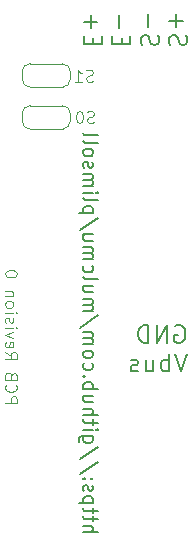
<source format=gbr>
%TF.GenerationSoftware,KiCad,Pcbnew,9.0.2*%
%TF.CreationDate,2025-06-14T09:22:04-04:00*%
%TF.ProjectId,plimsoll,706c696d-736f-46c6-9c2e-6b696361645f,rev?*%
%TF.SameCoordinates,Original*%
%TF.FileFunction,Legend,Bot*%
%TF.FilePolarity,Positive*%
%FSLAX46Y46*%
G04 Gerber Fmt 4.6, Leading zero omitted, Abs format (unit mm)*
G04 Created by KiCad (PCBNEW 9.0.2) date 2025-06-14 09:22:04*
%MOMM*%
%LPD*%
G01*
G04 APERTURE LIST*
%ADD10C,0.187500*%
%ADD11C,0.100000*%
%ADD12C,0.150000*%
%ADD13C,0.120000*%
G04 APERTURE END LIST*
D10*
X36533787Y-51563191D02*
X36676645Y-51491762D01*
X36676645Y-51491762D02*
X36890930Y-51491762D01*
X36890930Y-51491762D02*
X37105216Y-51563191D01*
X37105216Y-51563191D02*
X37248073Y-51706048D01*
X37248073Y-51706048D02*
X37319502Y-51848905D01*
X37319502Y-51848905D02*
X37390930Y-52134619D01*
X37390930Y-52134619D02*
X37390930Y-52348905D01*
X37390930Y-52348905D02*
X37319502Y-52634619D01*
X37319502Y-52634619D02*
X37248073Y-52777476D01*
X37248073Y-52777476D02*
X37105216Y-52920334D01*
X37105216Y-52920334D02*
X36890930Y-52991762D01*
X36890930Y-52991762D02*
X36748073Y-52991762D01*
X36748073Y-52991762D02*
X36533787Y-52920334D01*
X36533787Y-52920334D02*
X36462359Y-52848905D01*
X36462359Y-52848905D02*
X36462359Y-52348905D01*
X36462359Y-52348905D02*
X36748073Y-52348905D01*
X35819502Y-52991762D02*
X35819502Y-51491762D01*
X35819502Y-51491762D02*
X34962359Y-52991762D01*
X34962359Y-52991762D02*
X34962359Y-51491762D01*
X34248073Y-52991762D02*
X34248073Y-51491762D01*
X34248073Y-51491762D02*
X33890930Y-51491762D01*
X33890930Y-51491762D02*
X33676644Y-51563191D01*
X33676644Y-51563191D02*
X33533787Y-51706048D01*
X33533787Y-51706048D02*
X33462358Y-51848905D01*
X33462358Y-51848905D02*
X33390930Y-52134619D01*
X33390930Y-52134619D02*
X33390930Y-52348905D01*
X33390930Y-52348905D02*
X33462358Y-52634619D01*
X33462358Y-52634619D02*
X33533787Y-52777476D01*
X33533787Y-52777476D02*
X33676644Y-52920334D01*
X33676644Y-52920334D02*
X33890930Y-52991762D01*
X33890930Y-52991762D02*
X34248073Y-52991762D01*
X37533787Y-53906678D02*
X37033787Y-55406678D01*
X37033787Y-55406678D02*
X36533787Y-53906678D01*
X36033788Y-55406678D02*
X36033788Y-53906678D01*
X36033788Y-54478107D02*
X35890931Y-54406678D01*
X35890931Y-54406678D02*
X35605216Y-54406678D01*
X35605216Y-54406678D02*
X35462359Y-54478107D01*
X35462359Y-54478107D02*
X35390931Y-54549535D01*
X35390931Y-54549535D02*
X35319502Y-54692392D01*
X35319502Y-54692392D02*
X35319502Y-55120964D01*
X35319502Y-55120964D02*
X35390931Y-55263821D01*
X35390931Y-55263821D02*
X35462359Y-55335250D01*
X35462359Y-55335250D02*
X35605216Y-55406678D01*
X35605216Y-55406678D02*
X35890931Y-55406678D01*
X35890931Y-55406678D02*
X36033788Y-55335250D01*
X34033788Y-54406678D02*
X34033788Y-55406678D01*
X34676645Y-54406678D02*
X34676645Y-55192392D01*
X34676645Y-55192392D02*
X34605216Y-55335250D01*
X34605216Y-55335250D02*
X34462359Y-55406678D01*
X34462359Y-55406678D02*
X34248073Y-55406678D01*
X34248073Y-55406678D02*
X34105216Y-55335250D01*
X34105216Y-55335250D02*
X34033788Y-55263821D01*
X33390930Y-55335250D02*
X33248073Y-55406678D01*
X33248073Y-55406678D02*
X32962359Y-55406678D01*
X32962359Y-55406678D02*
X32819502Y-55335250D01*
X32819502Y-55335250D02*
X32748073Y-55192392D01*
X32748073Y-55192392D02*
X32748073Y-55120964D01*
X32748073Y-55120964D02*
X32819502Y-54978107D01*
X32819502Y-54978107D02*
X32962359Y-54906678D01*
X32962359Y-54906678D02*
X33176645Y-54906678D01*
X33176645Y-54906678D02*
X33319502Y-54835250D01*
X33319502Y-54835250D02*
X33390930Y-54692392D01*
X33390930Y-54692392D02*
X33390930Y-54620964D01*
X33390930Y-54620964D02*
X33319502Y-54478107D01*
X33319502Y-54478107D02*
X33176645Y-54406678D01*
X33176645Y-54406678D02*
X32962359Y-54406678D01*
X32962359Y-54406678D02*
X32819502Y-54478107D01*
X36109498Y-27790930D02*
X36038069Y-27576645D01*
X36038069Y-27576645D02*
X36038069Y-27219502D01*
X36038069Y-27219502D02*
X36109498Y-27076645D01*
X36109498Y-27076645D02*
X36180926Y-27005216D01*
X36180926Y-27005216D02*
X36323783Y-26933787D01*
X36323783Y-26933787D02*
X36466640Y-26933787D01*
X36466640Y-26933787D02*
X36609498Y-27005216D01*
X36609498Y-27005216D02*
X36680926Y-27076645D01*
X36680926Y-27076645D02*
X36752355Y-27219502D01*
X36752355Y-27219502D02*
X36823783Y-27505216D01*
X36823783Y-27505216D02*
X36895212Y-27648073D01*
X36895212Y-27648073D02*
X36966640Y-27719502D01*
X36966640Y-27719502D02*
X37109498Y-27790930D01*
X37109498Y-27790930D02*
X37252355Y-27790930D01*
X37252355Y-27790930D02*
X37395212Y-27719502D01*
X37395212Y-27719502D02*
X37466640Y-27648073D01*
X37466640Y-27648073D02*
X37538069Y-27505216D01*
X37538069Y-27505216D02*
X37538069Y-27148073D01*
X37538069Y-27148073D02*
X37466640Y-26933787D01*
X36609498Y-26290931D02*
X36609498Y-25148074D01*
X36038069Y-25719502D02*
X37180926Y-25719502D01*
X33694582Y-27790930D02*
X33623153Y-27576645D01*
X33623153Y-27576645D02*
X33623153Y-27219502D01*
X33623153Y-27219502D02*
X33694582Y-27076645D01*
X33694582Y-27076645D02*
X33766010Y-27005216D01*
X33766010Y-27005216D02*
X33908867Y-26933787D01*
X33908867Y-26933787D02*
X34051724Y-26933787D01*
X34051724Y-26933787D02*
X34194582Y-27005216D01*
X34194582Y-27005216D02*
X34266010Y-27076645D01*
X34266010Y-27076645D02*
X34337439Y-27219502D01*
X34337439Y-27219502D02*
X34408867Y-27505216D01*
X34408867Y-27505216D02*
X34480296Y-27648073D01*
X34480296Y-27648073D02*
X34551724Y-27719502D01*
X34551724Y-27719502D02*
X34694582Y-27790930D01*
X34694582Y-27790930D02*
X34837439Y-27790930D01*
X34837439Y-27790930D02*
X34980296Y-27719502D01*
X34980296Y-27719502D02*
X35051724Y-27648073D01*
X35051724Y-27648073D02*
X35123153Y-27505216D01*
X35123153Y-27505216D02*
X35123153Y-27148073D01*
X35123153Y-27148073D02*
X35051724Y-26933787D01*
X34194582Y-26290931D02*
X34194582Y-25148074D01*
X31993951Y-27719502D02*
X31993951Y-27219502D01*
X31208237Y-27005216D02*
X31208237Y-27719502D01*
X31208237Y-27719502D02*
X32708237Y-27719502D01*
X32708237Y-27719502D02*
X32708237Y-27005216D01*
X31779666Y-26362359D02*
X31779666Y-25219502D01*
X29579035Y-27719502D02*
X29579035Y-27219502D01*
X28793321Y-27005216D02*
X28793321Y-27719502D01*
X28793321Y-27719502D02*
X30293321Y-27719502D01*
X30293321Y-27719502D02*
X30293321Y-27005216D01*
X29364750Y-26362359D02*
X29364750Y-25219502D01*
X28793321Y-25790930D02*
X29936178Y-25790930D01*
D11*
X29643734Y-34324800D02*
X29500877Y-34372419D01*
X29500877Y-34372419D02*
X29262782Y-34372419D01*
X29262782Y-34372419D02*
X29167544Y-34324800D01*
X29167544Y-34324800D02*
X29119925Y-34277180D01*
X29119925Y-34277180D02*
X29072306Y-34181942D01*
X29072306Y-34181942D02*
X29072306Y-34086704D01*
X29072306Y-34086704D02*
X29119925Y-33991466D01*
X29119925Y-33991466D02*
X29167544Y-33943847D01*
X29167544Y-33943847D02*
X29262782Y-33896228D01*
X29262782Y-33896228D02*
X29453258Y-33848609D01*
X29453258Y-33848609D02*
X29548496Y-33800990D01*
X29548496Y-33800990D02*
X29596115Y-33753371D01*
X29596115Y-33753371D02*
X29643734Y-33658133D01*
X29643734Y-33658133D02*
X29643734Y-33562895D01*
X29643734Y-33562895D02*
X29596115Y-33467657D01*
X29596115Y-33467657D02*
X29548496Y-33420038D01*
X29548496Y-33420038D02*
X29453258Y-33372419D01*
X29453258Y-33372419D02*
X29215163Y-33372419D01*
X29215163Y-33372419D02*
X29072306Y-33420038D01*
X28453258Y-33372419D02*
X28358020Y-33372419D01*
X28358020Y-33372419D02*
X28262782Y-33420038D01*
X28262782Y-33420038D02*
X28215163Y-33467657D01*
X28215163Y-33467657D02*
X28167544Y-33562895D01*
X28167544Y-33562895D02*
X28119925Y-33753371D01*
X28119925Y-33753371D02*
X28119925Y-33991466D01*
X28119925Y-33991466D02*
X28167544Y-34181942D01*
X28167544Y-34181942D02*
X28215163Y-34277180D01*
X28215163Y-34277180D02*
X28262782Y-34324800D01*
X28262782Y-34324800D02*
X28358020Y-34372419D01*
X28358020Y-34372419D02*
X28453258Y-34372419D01*
X28453258Y-34372419D02*
X28548496Y-34324800D01*
X28548496Y-34324800D02*
X28596115Y-34277180D01*
X28596115Y-34277180D02*
X28643734Y-34181942D01*
X28643734Y-34181942D02*
X28691353Y-33991466D01*
X28691353Y-33991466D02*
X28691353Y-33753371D01*
X28691353Y-33753371D02*
X28643734Y-33562895D01*
X28643734Y-33562895D02*
X28596115Y-33467657D01*
X28596115Y-33467657D02*
X28548496Y-33420038D01*
X28548496Y-33420038D02*
X28453258Y-33372419D01*
D12*
X28754657Y-69015601D02*
X29954657Y-69015601D01*
X28754657Y-68501316D02*
X29383228Y-68501316D01*
X29383228Y-68501316D02*
X29497514Y-68558458D01*
X29497514Y-68558458D02*
X29554657Y-68672744D01*
X29554657Y-68672744D02*
X29554657Y-68844173D01*
X29554657Y-68844173D02*
X29497514Y-68958458D01*
X29497514Y-68958458D02*
X29440371Y-69015601D01*
X29554657Y-68101316D02*
X29554657Y-67644173D01*
X29954657Y-67929887D02*
X28926085Y-67929887D01*
X28926085Y-67929887D02*
X28811800Y-67872744D01*
X28811800Y-67872744D02*
X28754657Y-67758459D01*
X28754657Y-67758459D02*
X28754657Y-67644173D01*
X29554657Y-67415602D02*
X29554657Y-66958459D01*
X29954657Y-67244173D02*
X28926085Y-67244173D01*
X28926085Y-67244173D02*
X28811800Y-67187030D01*
X28811800Y-67187030D02*
X28754657Y-67072745D01*
X28754657Y-67072745D02*
X28754657Y-66958459D01*
X29554657Y-66558459D02*
X28354657Y-66558459D01*
X29497514Y-66558459D02*
X29554657Y-66444174D01*
X29554657Y-66444174D02*
X29554657Y-66215602D01*
X29554657Y-66215602D02*
X29497514Y-66101316D01*
X29497514Y-66101316D02*
X29440371Y-66044174D01*
X29440371Y-66044174D02*
X29326085Y-65987031D01*
X29326085Y-65987031D02*
X28983228Y-65987031D01*
X28983228Y-65987031D02*
X28868942Y-66044174D01*
X28868942Y-66044174D02*
X28811800Y-66101316D01*
X28811800Y-66101316D02*
X28754657Y-66215602D01*
X28754657Y-66215602D02*
X28754657Y-66444174D01*
X28754657Y-66444174D02*
X28811800Y-66558459D01*
X28811800Y-65529888D02*
X28754657Y-65415602D01*
X28754657Y-65415602D02*
X28754657Y-65187031D01*
X28754657Y-65187031D02*
X28811800Y-65072745D01*
X28811800Y-65072745D02*
X28926085Y-65015602D01*
X28926085Y-65015602D02*
X28983228Y-65015602D01*
X28983228Y-65015602D02*
X29097514Y-65072745D01*
X29097514Y-65072745D02*
X29154657Y-65187031D01*
X29154657Y-65187031D02*
X29154657Y-65358460D01*
X29154657Y-65358460D02*
X29211800Y-65472745D01*
X29211800Y-65472745D02*
X29326085Y-65529888D01*
X29326085Y-65529888D02*
X29383228Y-65529888D01*
X29383228Y-65529888D02*
X29497514Y-65472745D01*
X29497514Y-65472745D02*
X29554657Y-65358460D01*
X29554657Y-65358460D02*
X29554657Y-65187031D01*
X29554657Y-65187031D02*
X29497514Y-65072745D01*
X28868942Y-64501316D02*
X28811800Y-64444173D01*
X28811800Y-64444173D02*
X28754657Y-64501316D01*
X28754657Y-64501316D02*
X28811800Y-64558459D01*
X28811800Y-64558459D02*
X28868942Y-64501316D01*
X28868942Y-64501316D02*
X28754657Y-64501316D01*
X29497514Y-64501316D02*
X29440371Y-64444173D01*
X29440371Y-64444173D02*
X29383228Y-64501316D01*
X29383228Y-64501316D02*
X29440371Y-64558459D01*
X29440371Y-64558459D02*
X29497514Y-64501316D01*
X29497514Y-64501316D02*
X29383228Y-64501316D01*
X30011800Y-63072744D02*
X28468942Y-64101316D01*
X30011800Y-61815601D02*
X28468942Y-62844173D01*
X29554657Y-60901316D02*
X28583228Y-60901316D01*
X28583228Y-60901316D02*
X28468942Y-60958458D01*
X28468942Y-60958458D02*
X28411800Y-61015601D01*
X28411800Y-61015601D02*
X28354657Y-61129887D01*
X28354657Y-61129887D02*
X28354657Y-61301316D01*
X28354657Y-61301316D02*
X28411800Y-61415601D01*
X28811800Y-60901316D02*
X28754657Y-61015601D01*
X28754657Y-61015601D02*
X28754657Y-61244173D01*
X28754657Y-61244173D02*
X28811800Y-61358458D01*
X28811800Y-61358458D02*
X28868942Y-61415601D01*
X28868942Y-61415601D02*
X28983228Y-61472744D01*
X28983228Y-61472744D02*
X29326085Y-61472744D01*
X29326085Y-61472744D02*
X29440371Y-61415601D01*
X29440371Y-61415601D02*
X29497514Y-61358458D01*
X29497514Y-61358458D02*
X29554657Y-61244173D01*
X29554657Y-61244173D02*
X29554657Y-61015601D01*
X29554657Y-61015601D02*
X29497514Y-60901316D01*
X28754657Y-60329887D02*
X29554657Y-60329887D01*
X29954657Y-60329887D02*
X29897514Y-60387030D01*
X29897514Y-60387030D02*
X29840371Y-60329887D01*
X29840371Y-60329887D02*
X29897514Y-60272744D01*
X29897514Y-60272744D02*
X29954657Y-60329887D01*
X29954657Y-60329887D02*
X29840371Y-60329887D01*
X29554657Y-59929887D02*
X29554657Y-59472744D01*
X29954657Y-59758458D02*
X28926085Y-59758458D01*
X28926085Y-59758458D02*
X28811800Y-59701315D01*
X28811800Y-59701315D02*
X28754657Y-59587030D01*
X28754657Y-59587030D02*
X28754657Y-59472744D01*
X28754657Y-59072744D02*
X29954657Y-59072744D01*
X28754657Y-58558459D02*
X29383228Y-58558459D01*
X29383228Y-58558459D02*
X29497514Y-58615601D01*
X29497514Y-58615601D02*
X29554657Y-58729887D01*
X29554657Y-58729887D02*
X29554657Y-58901316D01*
X29554657Y-58901316D02*
X29497514Y-59015601D01*
X29497514Y-59015601D02*
X29440371Y-59072744D01*
X29554657Y-57472745D02*
X28754657Y-57472745D01*
X29554657Y-57987030D02*
X28926085Y-57987030D01*
X28926085Y-57987030D02*
X28811800Y-57929887D01*
X28811800Y-57929887D02*
X28754657Y-57815602D01*
X28754657Y-57815602D02*
X28754657Y-57644173D01*
X28754657Y-57644173D02*
X28811800Y-57529887D01*
X28811800Y-57529887D02*
X28868942Y-57472745D01*
X28754657Y-56901316D02*
X29954657Y-56901316D01*
X29497514Y-56901316D02*
X29554657Y-56787031D01*
X29554657Y-56787031D02*
X29554657Y-56558459D01*
X29554657Y-56558459D02*
X29497514Y-56444173D01*
X29497514Y-56444173D02*
X29440371Y-56387031D01*
X29440371Y-56387031D02*
X29326085Y-56329888D01*
X29326085Y-56329888D02*
X28983228Y-56329888D01*
X28983228Y-56329888D02*
X28868942Y-56387031D01*
X28868942Y-56387031D02*
X28811800Y-56444173D01*
X28811800Y-56444173D02*
X28754657Y-56558459D01*
X28754657Y-56558459D02*
X28754657Y-56787031D01*
X28754657Y-56787031D02*
X28811800Y-56901316D01*
X28868942Y-55815602D02*
X28811800Y-55758459D01*
X28811800Y-55758459D02*
X28754657Y-55815602D01*
X28754657Y-55815602D02*
X28811800Y-55872745D01*
X28811800Y-55872745D02*
X28868942Y-55815602D01*
X28868942Y-55815602D02*
X28754657Y-55815602D01*
X28811800Y-54729888D02*
X28754657Y-54844173D01*
X28754657Y-54844173D02*
X28754657Y-55072745D01*
X28754657Y-55072745D02*
X28811800Y-55187030D01*
X28811800Y-55187030D02*
X28868942Y-55244173D01*
X28868942Y-55244173D02*
X28983228Y-55301316D01*
X28983228Y-55301316D02*
X29326085Y-55301316D01*
X29326085Y-55301316D02*
X29440371Y-55244173D01*
X29440371Y-55244173D02*
X29497514Y-55187030D01*
X29497514Y-55187030D02*
X29554657Y-55072745D01*
X29554657Y-55072745D02*
X29554657Y-54844173D01*
X29554657Y-54844173D02*
X29497514Y-54729888D01*
X28754657Y-54044174D02*
X28811800Y-54158459D01*
X28811800Y-54158459D02*
X28868942Y-54215602D01*
X28868942Y-54215602D02*
X28983228Y-54272745D01*
X28983228Y-54272745D02*
X29326085Y-54272745D01*
X29326085Y-54272745D02*
X29440371Y-54215602D01*
X29440371Y-54215602D02*
X29497514Y-54158459D01*
X29497514Y-54158459D02*
X29554657Y-54044174D01*
X29554657Y-54044174D02*
X29554657Y-53872745D01*
X29554657Y-53872745D02*
X29497514Y-53758459D01*
X29497514Y-53758459D02*
X29440371Y-53701317D01*
X29440371Y-53701317D02*
X29326085Y-53644174D01*
X29326085Y-53644174D02*
X28983228Y-53644174D01*
X28983228Y-53644174D02*
X28868942Y-53701317D01*
X28868942Y-53701317D02*
X28811800Y-53758459D01*
X28811800Y-53758459D02*
X28754657Y-53872745D01*
X28754657Y-53872745D02*
X28754657Y-54044174D01*
X28754657Y-53129888D02*
X29554657Y-53129888D01*
X29440371Y-53129888D02*
X29497514Y-53072745D01*
X29497514Y-53072745D02*
X29554657Y-52958460D01*
X29554657Y-52958460D02*
X29554657Y-52787031D01*
X29554657Y-52787031D02*
X29497514Y-52672745D01*
X29497514Y-52672745D02*
X29383228Y-52615603D01*
X29383228Y-52615603D02*
X28754657Y-52615603D01*
X29383228Y-52615603D02*
X29497514Y-52558460D01*
X29497514Y-52558460D02*
X29554657Y-52444174D01*
X29554657Y-52444174D02*
X29554657Y-52272745D01*
X29554657Y-52272745D02*
X29497514Y-52158460D01*
X29497514Y-52158460D02*
X29383228Y-52101317D01*
X29383228Y-52101317D02*
X28754657Y-52101317D01*
X30011800Y-50672745D02*
X28468942Y-51701317D01*
X28754657Y-50272745D02*
X29554657Y-50272745D01*
X29440371Y-50272745D02*
X29497514Y-50215602D01*
X29497514Y-50215602D02*
X29554657Y-50101317D01*
X29554657Y-50101317D02*
X29554657Y-49929888D01*
X29554657Y-49929888D02*
X29497514Y-49815602D01*
X29497514Y-49815602D02*
X29383228Y-49758460D01*
X29383228Y-49758460D02*
X28754657Y-49758460D01*
X29383228Y-49758460D02*
X29497514Y-49701317D01*
X29497514Y-49701317D02*
X29554657Y-49587031D01*
X29554657Y-49587031D02*
X29554657Y-49415602D01*
X29554657Y-49415602D02*
X29497514Y-49301317D01*
X29497514Y-49301317D02*
X29383228Y-49244174D01*
X29383228Y-49244174D02*
X28754657Y-49244174D01*
X29554657Y-48158460D02*
X28754657Y-48158460D01*
X29554657Y-48672745D02*
X28926085Y-48672745D01*
X28926085Y-48672745D02*
X28811800Y-48615602D01*
X28811800Y-48615602D02*
X28754657Y-48501317D01*
X28754657Y-48501317D02*
X28754657Y-48329888D01*
X28754657Y-48329888D02*
X28811800Y-48215602D01*
X28811800Y-48215602D02*
X28868942Y-48158460D01*
X28754657Y-47415603D02*
X28811800Y-47529888D01*
X28811800Y-47529888D02*
X28926085Y-47587031D01*
X28926085Y-47587031D02*
X29954657Y-47587031D01*
X28811800Y-46444175D02*
X28754657Y-46558460D01*
X28754657Y-46558460D02*
X28754657Y-46787032D01*
X28754657Y-46787032D02*
X28811800Y-46901317D01*
X28811800Y-46901317D02*
X28868942Y-46958460D01*
X28868942Y-46958460D02*
X28983228Y-47015603D01*
X28983228Y-47015603D02*
X29326085Y-47015603D01*
X29326085Y-47015603D02*
X29440371Y-46958460D01*
X29440371Y-46958460D02*
X29497514Y-46901317D01*
X29497514Y-46901317D02*
X29554657Y-46787032D01*
X29554657Y-46787032D02*
X29554657Y-46558460D01*
X29554657Y-46558460D02*
X29497514Y-46444175D01*
X28754657Y-45929889D02*
X29554657Y-45929889D01*
X29440371Y-45929889D02*
X29497514Y-45872746D01*
X29497514Y-45872746D02*
X29554657Y-45758461D01*
X29554657Y-45758461D02*
X29554657Y-45587032D01*
X29554657Y-45587032D02*
X29497514Y-45472746D01*
X29497514Y-45472746D02*
X29383228Y-45415604D01*
X29383228Y-45415604D02*
X28754657Y-45415604D01*
X29383228Y-45415604D02*
X29497514Y-45358461D01*
X29497514Y-45358461D02*
X29554657Y-45244175D01*
X29554657Y-45244175D02*
X29554657Y-45072746D01*
X29554657Y-45072746D02*
X29497514Y-44958461D01*
X29497514Y-44958461D02*
X29383228Y-44901318D01*
X29383228Y-44901318D02*
X28754657Y-44901318D01*
X29554657Y-43815604D02*
X28754657Y-43815604D01*
X29554657Y-44329889D02*
X28926085Y-44329889D01*
X28926085Y-44329889D02*
X28811800Y-44272746D01*
X28811800Y-44272746D02*
X28754657Y-44158461D01*
X28754657Y-44158461D02*
X28754657Y-43987032D01*
X28754657Y-43987032D02*
X28811800Y-43872746D01*
X28811800Y-43872746D02*
X28868942Y-43815604D01*
X30011800Y-42387032D02*
X28468942Y-43415604D01*
X29554657Y-41987032D02*
X28354657Y-41987032D01*
X29497514Y-41987032D02*
X29554657Y-41872747D01*
X29554657Y-41872747D02*
X29554657Y-41644175D01*
X29554657Y-41644175D02*
X29497514Y-41529889D01*
X29497514Y-41529889D02*
X29440371Y-41472747D01*
X29440371Y-41472747D02*
X29326085Y-41415604D01*
X29326085Y-41415604D02*
X28983228Y-41415604D01*
X28983228Y-41415604D02*
X28868942Y-41472747D01*
X28868942Y-41472747D02*
X28811800Y-41529889D01*
X28811800Y-41529889D02*
X28754657Y-41644175D01*
X28754657Y-41644175D02*
X28754657Y-41872747D01*
X28754657Y-41872747D02*
X28811800Y-41987032D01*
X28754657Y-40729890D02*
X28811800Y-40844175D01*
X28811800Y-40844175D02*
X28926085Y-40901318D01*
X28926085Y-40901318D02*
X29954657Y-40901318D01*
X28754657Y-40272747D02*
X29554657Y-40272747D01*
X29954657Y-40272747D02*
X29897514Y-40329890D01*
X29897514Y-40329890D02*
X29840371Y-40272747D01*
X29840371Y-40272747D02*
X29897514Y-40215604D01*
X29897514Y-40215604D02*
X29954657Y-40272747D01*
X29954657Y-40272747D02*
X29840371Y-40272747D01*
X28754657Y-39701318D02*
X29554657Y-39701318D01*
X29440371Y-39701318D02*
X29497514Y-39644175D01*
X29497514Y-39644175D02*
X29554657Y-39529890D01*
X29554657Y-39529890D02*
X29554657Y-39358461D01*
X29554657Y-39358461D02*
X29497514Y-39244175D01*
X29497514Y-39244175D02*
X29383228Y-39187033D01*
X29383228Y-39187033D02*
X28754657Y-39187033D01*
X29383228Y-39187033D02*
X29497514Y-39129890D01*
X29497514Y-39129890D02*
X29554657Y-39015604D01*
X29554657Y-39015604D02*
X29554657Y-38844175D01*
X29554657Y-38844175D02*
X29497514Y-38729890D01*
X29497514Y-38729890D02*
X29383228Y-38672747D01*
X29383228Y-38672747D02*
X28754657Y-38672747D01*
X28811800Y-38158461D02*
X28754657Y-38044175D01*
X28754657Y-38044175D02*
X28754657Y-37815604D01*
X28754657Y-37815604D02*
X28811800Y-37701318D01*
X28811800Y-37701318D02*
X28926085Y-37644175D01*
X28926085Y-37644175D02*
X28983228Y-37644175D01*
X28983228Y-37644175D02*
X29097514Y-37701318D01*
X29097514Y-37701318D02*
X29154657Y-37815604D01*
X29154657Y-37815604D02*
X29154657Y-37987033D01*
X29154657Y-37987033D02*
X29211800Y-38101318D01*
X29211800Y-38101318D02*
X29326085Y-38158461D01*
X29326085Y-38158461D02*
X29383228Y-38158461D01*
X29383228Y-38158461D02*
X29497514Y-38101318D01*
X29497514Y-38101318D02*
X29554657Y-37987033D01*
X29554657Y-37987033D02*
X29554657Y-37815604D01*
X29554657Y-37815604D02*
X29497514Y-37701318D01*
X28754657Y-36958461D02*
X28811800Y-37072746D01*
X28811800Y-37072746D02*
X28868942Y-37129889D01*
X28868942Y-37129889D02*
X28983228Y-37187032D01*
X28983228Y-37187032D02*
X29326085Y-37187032D01*
X29326085Y-37187032D02*
X29440371Y-37129889D01*
X29440371Y-37129889D02*
X29497514Y-37072746D01*
X29497514Y-37072746D02*
X29554657Y-36958461D01*
X29554657Y-36958461D02*
X29554657Y-36787032D01*
X29554657Y-36787032D02*
X29497514Y-36672746D01*
X29497514Y-36672746D02*
X29440371Y-36615604D01*
X29440371Y-36615604D02*
X29326085Y-36558461D01*
X29326085Y-36558461D02*
X28983228Y-36558461D01*
X28983228Y-36558461D02*
X28868942Y-36615604D01*
X28868942Y-36615604D02*
X28811800Y-36672746D01*
X28811800Y-36672746D02*
X28754657Y-36787032D01*
X28754657Y-36787032D02*
X28754657Y-36958461D01*
X28754657Y-35872747D02*
X28811800Y-35987032D01*
X28811800Y-35987032D02*
X28926085Y-36044175D01*
X28926085Y-36044175D02*
X29954657Y-36044175D01*
X28754657Y-35244176D02*
X28811800Y-35358461D01*
X28811800Y-35358461D02*
X28926085Y-35415604D01*
X28926085Y-35415604D02*
X29954657Y-35415604D01*
D11*
X29543734Y-30824800D02*
X29400877Y-30872419D01*
X29400877Y-30872419D02*
X29162782Y-30872419D01*
X29162782Y-30872419D02*
X29067544Y-30824800D01*
X29067544Y-30824800D02*
X29019925Y-30777180D01*
X29019925Y-30777180D02*
X28972306Y-30681942D01*
X28972306Y-30681942D02*
X28972306Y-30586704D01*
X28972306Y-30586704D02*
X29019925Y-30491466D01*
X29019925Y-30491466D02*
X29067544Y-30443847D01*
X29067544Y-30443847D02*
X29162782Y-30396228D01*
X29162782Y-30396228D02*
X29353258Y-30348609D01*
X29353258Y-30348609D02*
X29448496Y-30300990D01*
X29448496Y-30300990D02*
X29496115Y-30253371D01*
X29496115Y-30253371D02*
X29543734Y-30158133D01*
X29543734Y-30158133D02*
X29543734Y-30062895D01*
X29543734Y-30062895D02*
X29496115Y-29967657D01*
X29496115Y-29967657D02*
X29448496Y-29920038D01*
X29448496Y-29920038D02*
X29353258Y-29872419D01*
X29353258Y-29872419D02*
X29115163Y-29872419D01*
X29115163Y-29872419D02*
X28972306Y-29920038D01*
X28019925Y-30872419D02*
X28591353Y-30872419D01*
X28305639Y-30872419D02*
X28305639Y-29872419D01*
X28305639Y-29872419D02*
X28400877Y-30015276D01*
X28400877Y-30015276D02*
X28496115Y-30110514D01*
X28496115Y-30110514D02*
X28591353Y-30158133D01*
X22127580Y-58096115D02*
X23127580Y-58096115D01*
X23127580Y-58096115D02*
X23127580Y-57715163D01*
X23127580Y-57715163D02*
X23079961Y-57619925D01*
X23079961Y-57619925D02*
X23032342Y-57572306D01*
X23032342Y-57572306D02*
X22937104Y-57524687D01*
X22937104Y-57524687D02*
X22794247Y-57524687D01*
X22794247Y-57524687D02*
X22699009Y-57572306D01*
X22699009Y-57572306D02*
X22651390Y-57619925D01*
X22651390Y-57619925D02*
X22603771Y-57715163D01*
X22603771Y-57715163D02*
X22603771Y-58096115D01*
X22222819Y-56524687D02*
X22175200Y-56572306D01*
X22175200Y-56572306D02*
X22127580Y-56715163D01*
X22127580Y-56715163D02*
X22127580Y-56810401D01*
X22127580Y-56810401D02*
X22175200Y-56953258D01*
X22175200Y-56953258D02*
X22270438Y-57048496D01*
X22270438Y-57048496D02*
X22365676Y-57096115D01*
X22365676Y-57096115D02*
X22556152Y-57143734D01*
X22556152Y-57143734D02*
X22699009Y-57143734D01*
X22699009Y-57143734D02*
X22889485Y-57096115D01*
X22889485Y-57096115D02*
X22984723Y-57048496D01*
X22984723Y-57048496D02*
X23079961Y-56953258D01*
X23079961Y-56953258D02*
X23127580Y-56810401D01*
X23127580Y-56810401D02*
X23127580Y-56715163D01*
X23127580Y-56715163D02*
X23079961Y-56572306D01*
X23079961Y-56572306D02*
X23032342Y-56524687D01*
X22651390Y-55762782D02*
X22603771Y-55619925D01*
X22603771Y-55619925D02*
X22556152Y-55572306D01*
X22556152Y-55572306D02*
X22460914Y-55524687D01*
X22460914Y-55524687D02*
X22318057Y-55524687D01*
X22318057Y-55524687D02*
X22222819Y-55572306D01*
X22222819Y-55572306D02*
X22175200Y-55619925D01*
X22175200Y-55619925D02*
X22127580Y-55715163D01*
X22127580Y-55715163D02*
X22127580Y-56096115D01*
X22127580Y-56096115D02*
X23127580Y-56096115D01*
X23127580Y-56096115D02*
X23127580Y-55762782D01*
X23127580Y-55762782D02*
X23079961Y-55667544D01*
X23079961Y-55667544D02*
X23032342Y-55619925D01*
X23032342Y-55619925D02*
X22937104Y-55572306D01*
X22937104Y-55572306D02*
X22841866Y-55572306D01*
X22841866Y-55572306D02*
X22746628Y-55619925D01*
X22746628Y-55619925D02*
X22699009Y-55667544D01*
X22699009Y-55667544D02*
X22651390Y-55762782D01*
X22651390Y-55762782D02*
X22651390Y-56096115D01*
X22127580Y-53762782D02*
X22603771Y-54096115D01*
X22127580Y-54334210D02*
X23127580Y-54334210D01*
X23127580Y-54334210D02*
X23127580Y-53953258D01*
X23127580Y-53953258D02*
X23079961Y-53858020D01*
X23079961Y-53858020D02*
X23032342Y-53810401D01*
X23032342Y-53810401D02*
X22937104Y-53762782D01*
X22937104Y-53762782D02*
X22794247Y-53762782D01*
X22794247Y-53762782D02*
X22699009Y-53810401D01*
X22699009Y-53810401D02*
X22651390Y-53858020D01*
X22651390Y-53858020D02*
X22603771Y-53953258D01*
X22603771Y-53953258D02*
X22603771Y-54334210D01*
X22175200Y-52953258D02*
X22127580Y-53048496D01*
X22127580Y-53048496D02*
X22127580Y-53238972D01*
X22127580Y-53238972D02*
X22175200Y-53334210D01*
X22175200Y-53334210D02*
X22270438Y-53381829D01*
X22270438Y-53381829D02*
X22651390Y-53381829D01*
X22651390Y-53381829D02*
X22746628Y-53334210D01*
X22746628Y-53334210D02*
X22794247Y-53238972D01*
X22794247Y-53238972D02*
X22794247Y-53048496D01*
X22794247Y-53048496D02*
X22746628Y-52953258D01*
X22746628Y-52953258D02*
X22651390Y-52905639D01*
X22651390Y-52905639D02*
X22556152Y-52905639D01*
X22556152Y-52905639D02*
X22460914Y-53381829D01*
X22794247Y-52572305D02*
X22127580Y-52334210D01*
X22127580Y-52334210D02*
X22794247Y-52096115D01*
X22127580Y-51715162D02*
X22794247Y-51715162D01*
X23127580Y-51715162D02*
X23079961Y-51762781D01*
X23079961Y-51762781D02*
X23032342Y-51715162D01*
X23032342Y-51715162D02*
X23079961Y-51667543D01*
X23079961Y-51667543D02*
X23127580Y-51715162D01*
X23127580Y-51715162D02*
X23032342Y-51715162D01*
X22175200Y-51286591D02*
X22127580Y-51191353D01*
X22127580Y-51191353D02*
X22127580Y-51000877D01*
X22127580Y-51000877D02*
X22175200Y-50905639D01*
X22175200Y-50905639D02*
X22270438Y-50858020D01*
X22270438Y-50858020D02*
X22318057Y-50858020D01*
X22318057Y-50858020D02*
X22413295Y-50905639D01*
X22413295Y-50905639D02*
X22460914Y-51000877D01*
X22460914Y-51000877D02*
X22460914Y-51143734D01*
X22460914Y-51143734D02*
X22508533Y-51238972D01*
X22508533Y-51238972D02*
X22603771Y-51286591D01*
X22603771Y-51286591D02*
X22651390Y-51286591D01*
X22651390Y-51286591D02*
X22746628Y-51238972D01*
X22746628Y-51238972D02*
X22794247Y-51143734D01*
X22794247Y-51143734D02*
X22794247Y-51000877D01*
X22794247Y-51000877D02*
X22746628Y-50905639D01*
X22127580Y-50429448D02*
X22794247Y-50429448D01*
X23127580Y-50429448D02*
X23079961Y-50477067D01*
X23079961Y-50477067D02*
X23032342Y-50429448D01*
X23032342Y-50429448D02*
X23079961Y-50381829D01*
X23079961Y-50381829D02*
X23127580Y-50429448D01*
X23127580Y-50429448D02*
X23032342Y-50429448D01*
X22127580Y-49810401D02*
X22175200Y-49905639D01*
X22175200Y-49905639D02*
X22222819Y-49953258D01*
X22222819Y-49953258D02*
X22318057Y-50000877D01*
X22318057Y-50000877D02*
X22603771Y-50000877D01*
X22603771Y-50000877D02*
X22699009Y-49953258D01*
X22699009Y-49953258D02*
X22746628Y-49905639D01*
X22746628Y-49905639D02*
X22794247Y-49810401D01*
X22794247Y-49810401D02*
X22794247Y-49667544D01*
X22794247Y-49667544D02*
X22746628Y-49572306D01*
X22746628Y-49572306D02*
X22699009Y-49524687D01*
X22699009Y-49524687D02*
X22603771Y-49477068D01*
X22603771Y-49477068D02*
X22318057Y-49477068D01*
X22318057Y-49477068D02*
X22222819Y-49524687D01*
X22222819Y-49524687D02*
X22175200Y-49572306D01*
X22175200Y-49572306D02*
X22127580Y-49667544D01*
X22127580Y-49667544D02*
X22127580Y-49810401D01*
X22794247Y-49048496D02*
X22127580Y-49048496D01*
X22699009Y-49048496D02*
X22746628Y-49000877D01*
X22746628Y-49000877D02*
X22794247Y-48905639D01*
X22794247Y-48905639D02*
X22794247Y-48762782D01*
X22794247Y-48762782D02*
X22746628Y-48667544D01*
X22746628Y-48667544D02*
X22651390Y-48619925D01*
X22651390Y-48619925D02*
X22127580Y-48619925D01*
X23127580Y-47191353D02*
X23127580Y-47096115D01*
X23127580Y-47096115D02*
X23079961Y-47000877D01*
X23079961Y-47000877D02*
X23032342Y-46953258D01*
X23032342Y-46953258D02*
X22937104Y-46905639D01*
X22937104Y-46905639D02*
X22746628Y-46858020D01*
X22746628Y-46858020D02*
X22508533Y-46858020D01*
X22508533Y-46858020D02*
X22318057Y-46905639D01*
X22318057Y-46905639D02*
X22222819Y-46953258D01*
X22222819Y-46953258D02*
X22175200Y-47000877D01*
X22175200Y-47000877D02*
X22127580Y-47096115D01*
X22127580Y-47096115D02*
X22127580Y-47191353D01*
X22127580Y-47191353D02*
X22175200Y-47286591D01*
X22175200Y-47286591D02*
X22222819Y-47334210D01*
X22222819Y-47334210D02*
X22318057Y-47381829D01*
X22318057Y-47381829D02*
X22508533Y-47429448D01*
X22508533Y-47429448D02*
X22746628Y-47429448D01*
X22746628Y-47429448D02*
X22937104Y-47381829D01*
X22937104Y-47381829D02*
X23032342Y-47334210D01*
X23032342Y-47334210D02*
X23079961Y-47286591D01*
X23079961Y-47286591D02*
X23127580Y-47191353D01*
D13*
%TO.C,JP2*%
X23550000Y-30050000D02*
X23550000Y-30650000D01*
X24200000Y-31350000D02*
X27000000Y-31350000D01*
X27000000Y-29350000D02*
X24200000Y-29350000D01*
X27650000Y-30650000D02*
X27650000Y-30050000D01*
X23550000Y-30050000D02*
G75*
G02*
X24250000Y-29350000I699999J1D01*
G01*
X24250000Y-31350000D02*
G75*
G02*
X23550000Y-30650000I-1J699999D01*
G01*
X26950000Y-29350000D02*
G75*
G02*
X27650000Y-30050000I0J-700000D01*
G01*
X27650000Y-30650000D02*
G75*
G02*
X26950000Y-31350000I-700000J0D01*
G01*
%TO.C,JP1*%
X23550000Y-33600000D02*
X23550000Y-34200000D01*
X24200000Y-34900000D02*
X27000000Y-34900000D01*
X27000000Y-32900000D02*
X24200000Y-32900000D01*
X27650000Y-34200000D02*
X27650000Y-33600000D01*
X23550000Y-33600000D02*
G75*
G02*
X24250000Y-32900000I699999J1D01*
G01*
X24250000Y-34900000D02*
G75*
G02*
X23550000Y-34200000I-1J699999D01*
G01*
X26950000Y-32900000D02*
G75*
G02*
X27650000Y-33600000I0J-700000D01*
G01*
X27650000Y-34200000D02*
G75*
G02*
X26950000Y-34900000I-700000J0D01*
G01*
%TD*%
M02*

</source>
